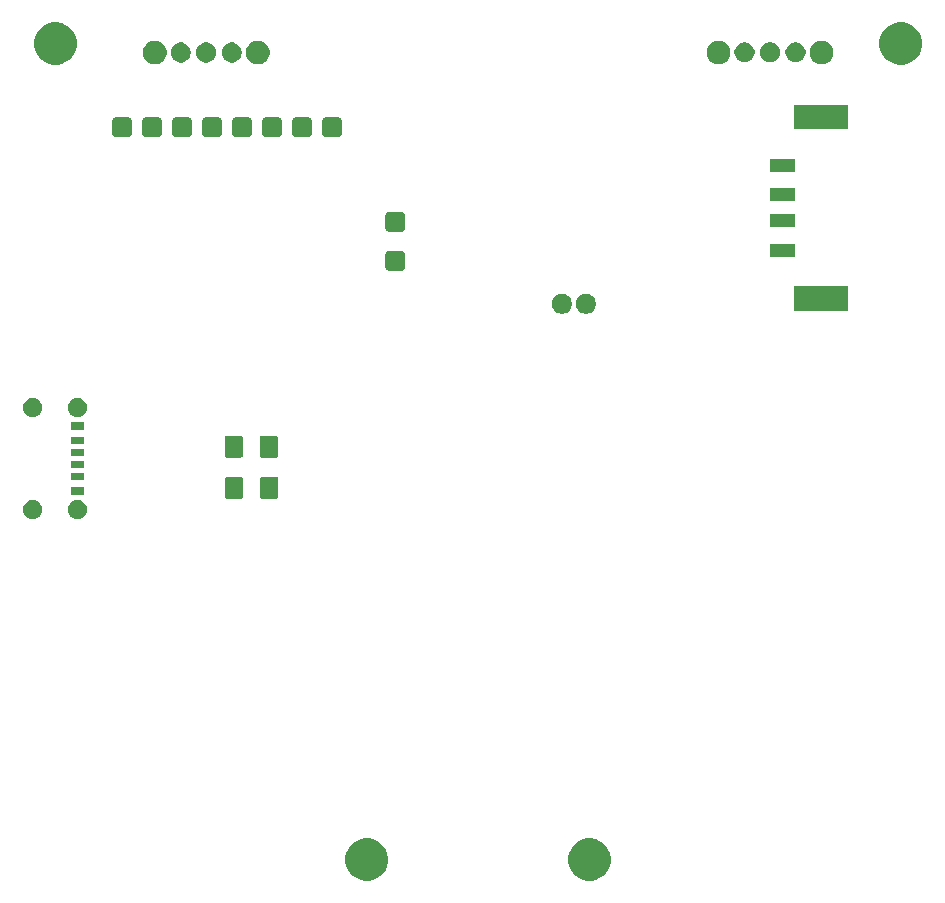
<source format=gbr>
G04 #@! TF.GenerationSoftware,KiCad,Pcbnew,5.0.2+dfsg1-1~bpo9+1*
G04 #@! TF.CreationDate,2019-09-03T10:55:47+01:00*
G04 #@! TF.ProjectId,retro_zero+a_power_board,72657472-6f5f-47a6-9572-6f2b615f706f,rev?*
G04 #@! TF.SameCoordinates,Original*
G04 #@! TF.FileFunction,Soldermask,Top*
G04 #@! TF.FilePolarity,Negative*
%FSLAX46Y46*%
G04 Gerber Fmt 4.6, Leading zero omitted, Abs format (unit mm)*
G04 Created by KiCad (PCBNEW 5.0.2+dfsg1-1~bpo9+1) date Tue 03 Sep 2019 10:55:47 BST*
%MOMM*%
%LPD*%
G01*
G04 APERTURE LIST*
%ADD10C,0.100000*%
G04 APERTURE END LIST*
D10*
G36*
X156989331Y-111450611D02*
X157317092Y-111586374D01*
X157612073Y-111783474D01*
X157862926Y-112034327D01*
X158060026Y-112329308D01*
X158195789Y-112657069D01*
X158265000Y-113005016D01*
X158265000Y-113359784D01*
X158195789Y-113707731D01*
X158060026Y-114035492D01*
X157862926Y-114330473D01*
X157612073Y-114581326D01*
X157317092Y-114778426D01*
X156989331Y-114914189D01*
X156641384Y-114983400D01*
X156286616Y-114983400D01*
X155938669Y-114914189D01*
X155610908Y-114778426D01*
X155315927Y-114581326D01*
X155065074Y-114330473D01*
X154867974Y-114035492D01*
X154732211Y-113707731D01*
X154663000Y-113359784D01*
X154663000Y-113005016D01*
X154732211Y-112657069D01*
X154867974Y-112329308D01*
X155065074Y-112034327D01*
X155315927Y-111783474D01*
X155610908Y-111586374D01*
X155938669Y-111450611D01*
X156286616Y-111381400D01*
X156641384Y-111381400D01*
X156989331Y-111450611D01*
X156989331Y-111450611D01*
G37*
G36*
X138142531Y-111450611D02*
X138470292Y-111586374D01*
X138765273Y-111783474D01*
X139016126Y-112034327D01*
X139213226Y-112329308D01*
X139348989Y-112657069D01*
X139418200Y-113005016D01*
X139418200Y-113359784D01*
X139348989Y-113707731D01*
X139213226Y-114035492D01*
X139016126Y-114330473D01*
X138765273Y-114581326D01*
X138470292Y-114778426D01*
X138142531Y-114914189D01*
X137794584Y-114983400D01*
X137439816Y-114983400D01*
X137091869Y-114914189D01*
X136764108Y-114778426D01*
X136469127Y-114581326D01*
X136218274Y-114330473D01*
X136021174Y-114035492D01*
X135885411Y-113707731D01*
X135816200Y-113359784D01*
X135816200Y-113005016D01*
X135885411Y-112657069D01*
X136021174Y-112329308D01*
X136218274Y-112034327D01*
X136469127Y-111783474D01*
X136764108Y-111586374D01*
X137091869Y-111450611D01*
X137439816Y-111381400D01*
X137794584Y-111381400D01*
X138142531Y-111450611D01*
X138142531Y-111450611D01*
G37*
G36*
X113352543Y-82770381D02*
X113498315Y-82830762D01*
X113629511Y-82918424D01*
X113741076Y-83029989D01*
X113828738Y-83161185D01*
X113889119Y-83306957D01*
X113919900Y-83461707D01*
X113919900Y-83619493D01*
X113889119Y-83774243D01*
X113828738Y-83920015D01*
X113741076Y-84051211D01*
X113629511Y-84162776D01*
X113498315Y-84250438D01*
X113352543Y-84310819D01*
X113197793Y-84341600D01*
X113040007Y-84341600D01*
X112885257Y-84310819D01*
X112739485Y-84250438D01*
X112608289Y-84162776D01*
X112496724Y-84051211D01*
X112409062Y-83920015D01*
X112348681Y-83774243D01*
X112317900Y-83619493D01*
X112317900Y-83461707D01*
X112348681Y-83306957D01*
X112409062Y-83161185D01*
X112496724Y-83029989D01*
X112608289Y-82918424D01*
X112739485Y-82830762D01*
X112885257Y-82770381D01*
X113040007Y-82739600D01*
X113197793Y-82739600D01*
X113352543Y-82770381D01*
X113352543Y-82770381D01*
G37*
G36*
X109555243Y-82770381D02*
X109701015Y-82830762D01*
X109832211Y-82918424D01*
X109943776Y-83029989D01*
X110031438Y-83161185D01*
X110091819Y-83306957D01*
X110122600Y-83461707D01*
X110122600Y-83619493D01*
X110091819Y-83774243D01*
X110031438Y-83920015D01*
X109943776Y-84051211D01*
X109832211Y-84162776D01*
X109701015Y-84250438D01*
X109555243Y-84310819D01*
X109400493Y-84341600D01*
X109242707Y-84341600D01*
X109087957Y-84310819D01*
X108942185Y-84250438D01*
X108810989Y-84162776D01*
X108699424Y-84051211D01*
X108611762Y-83920015D01*
X108551381Y-83774243D01*
X108520600Y-83619493D01*
X108520600Y-83461707D01*
X108551381Y-83306957D01*
X108611762Y-83161185D01*
X108699424Y-83029989D01*
X108810989Y-82918424D01*
X108942185Y-82830762D01*
X109087957Y-82770381D01*
X109242707Y-82739600D01*
X109400493Y-82739600D01*
X109555243Y-82770381D01*
X109555243Y-82770381D01*
G37*
G36*
X127000262Y-80777281D02*
X127035177Y-80787873D01*
X127067365Y-80805078D01*
X127095573Y-80828227D01*
X127118722Y-80856435D01*
X127135927Y-80888623D01*
X127146519Y-80923538D01*
X127150700Y-80965995D01*
X127150700Y-82432205D01*
X127146519Y-82474662D01*
X127135927Y-82509577D01*
X127118722Y-82541765D01*
X127095573Y-82569973D01*
X127067365Y-82593122D01*
X127035177Y-82610327D01*
X127000262Y-82620919D01*
X126957805Y-82625100D01*
X125816595Y-82625100D01*
X125774138Y-82620919D01*
X125739223Y-82610327D01*
X125707035Y-82593122D01*
X125678827Y-82569973D01*
X125655678Y-82541765D01*
X125638473Y-82509577D01*
X125627881Y-82474662D01*
X125623700Y-82432205D01*
X125623700Y-80965995D01*
X125627881Y-80923538D01*
X125638473Y-80888623D01*
X125655678Y-80856435D01*
X125678827Y-80828227D01*
X125707035Y-80805078D01*
X125739223Y-80787873D01*
X125774138Y-80777281D01*
X125816595Y-80773100D01*
X126957805Y-80773100D01*
X127000262Y-80777281D01*
X127000262Y-80777281D01*
G37*
G36*
X129975262Y-80777281D02*
X130010177Y-80787873D01*
X130042365Y-80805078D01*
X130070573Y-80828227D01*
X130093722Y-80856435D01*
X130110927Y-80888623D01*
X130121519Y-80923538D01*
X130125700Y-80965995D01*
X130125700Y-82432205D01*
X130121519Y-82474662D01*
X130110927Y-82509577D01*
X130093722Y-82541765D01*
X130070573Y-82569973D01*
X130042365Y-82593122D01*
X130010177Y-82610327D01*
X129975262Y-82620919D01*
X129932805Y-82625100D01*
X128791595Y-82625100D01*
X128749138Y-82620919D01*
X128714223Y-82610327D01*
X128682035Y-82593122D01*
X128653827Y-82569973D01*
X128630678Y-82541765D01*
X128613473Y-82509577D01*
X128602881Y-82474662D01*
X128598700Y-82432205D01*
X128598700Y-80965995D01*
X128602881Y-80923538D01*
X128613473Y-80888623D01*
X128630678Y-80856435D01*
X128653827Y-80828227D01*
X128682035Y-80805078D01*
X128714223Y-80787873D01*
X128749138Y-80777281D01*
X128791595Y-80773100D01*
X129932805Y-80773100D01*
X129975262Y-80777281D01*
X129975262Y-80777281D01*
G37*
G36*
X113669900Y-82329500D02*
X112567900Y-82329500D01*
X112567900Y-81627500D01*
X113669900Y-81627500D01*
X113669900Y-82329500D01*
X113669900Y-82329500D01*
G37*
G36*
X113669900Y-81057600D02*
X112567900Y-81057600D01*
X112567900Y-80435600D01*
X113669900Y-80435600D01*
X113669900Y-81057600D01*
X113669900Y-81057600D01*
G37*
G36*
X113669900Y-80041600D02*
X112567900Y-80041600D01*
X112567900Y-79419600D01*
X113669900Y-79419600D01*
X113669900Y-80041600D01*
X113669900Y-80041600D01*
G37*
G36*
X129940362Y-77297481D02*
X129975277Y-77308073D01*
X130007465Y-77325278D01*
X130035673Y-77348427D01*
X130058822Y-77376635D01*
X130076027Y-77408823D01*
X130086619Y-77443738D01*
X130090800Y-77486195D01*
X130090800Y-78952405D01*
X130086619Y-78994862D01*
X130076027Y-79029777D01*
X130058822Y-79061965D01*
X130035673Y-79090173D01*
X130007465Y-79113322D01*
X129975277Y-79130527D01*
X129940362Y-79141119D01*
X129897905Y-79145300D01*
X128756695Y-79145300D01*
X128714238Y-79141119D01*
X128679323Y-79130527D01*
X128647135Y-79113322D01*
X128618927Y-79090173D01*
X128595778Y-79061965D01*
X128578573Y-79029777D01*
X128567981Y-78994862D01*
X128563800Y-78952405D01*
X128563800Y-77486195D01*
X128567981Y-77443738D01*
X128578573Y-77408823D01*
X128595778Y-77376635D01*
X128618927Y-77348427D01*
X128647135Y-77325278D01*
X128679323Y-77308073D01*
X128714238Y-77297481D01*
X128756695Y-77293300D01*
X129897905Y-77293300D01*
X129940362Y-77297481D01*
X129940362Y-77297481D01*
G37*
G36*
X126965362Y-77297481D02*
X127000277Y-77308073D01*
X127032465Y-77325278D01*
X127060673Y-77348427D01*
X127083822Y-77376635D01*
X127101027Y-77408823D01*
X127111619Y-77443738D01*
X127115800Y-77486195D01*
X127115800Y-78952405D01*
X127111619Y-78994862D01*
X127101027Y-79029777D01*
X127083822Y-79061965D01*
X127060673Y-79090173D01*
X127032465Y-79113322D01*
X127000277Y-79130527D01*
X126965362Y-79141119D01*
X126922905Y-79145300D01*
X125781695Y-79145300D01*
X125739238Y-79141119D01*
X125704323Y-79130527D01*
X125672135Y-79113322D01*
X125643927Y-79090173D01*
X125620778Y-79061965D01*
X125603573Y-79029777D01*
X125592981Y-78994862D01*
X125588800Y-78952405D01*
X125588800Y-77486195D01*
X125592981Y-77443738D01*
X125603573Y-77408823D01*
X125620778Y-77376635D01*
X125643927Y-77348427D01*
X125672135Y-77325278D01*
X125704323Y-77308073D01*
X125739238Y-77297481D01*
X125781695Y-77293300D01*
X126922905Y-77293300D01*
X126965362Y-77297481D01*
X126965362Y-77297481D01*
G37*
G36*
X113669900Y-79025600D02*
X112567900Y-79025600D01*
X112567900Y-78403600D01*
X113669900Y-78403600D01*
X113669900Y-79025600D01*
X113669900Y-79025600D01*
G37*
G36*
X113669900Y-78009600D02*
X112567900Y-78009600D01*
X112567900Y-77387600D01*
X113669900Y-77387600D01*
X113669900Y-78009600D01*
X113669900Y-78009600D01*
G37*
G36*
X113669900Y-76817700D02*
X112567900Y-76817700D01*
X112567900Y-76115700D01*
X113669900Y-76115700D01*
X113669900Y-76817700D01*
X113669900Y-76817700D01*
G37*
G36*
X109555243Y-74134381D02*
X109701015Y-74194762D01*
X109832211Y-74282424D01*
X109943776Y-74393989D01*
X110031438Y-74525185D01*
X110091819Y-74670957D01*
X110122600Y-74825707D01*
X110122600Y-74983493D01*
X110091819Y-75138243D01*
X110031438Y-75284015D01*
X109943776Y-75415211D01*
X109832211Y-75526776D01*
X109701015Y-75614438D01*
X109555243Y-75674819D01*
X109400493Y-75705600D01*
X109242707Y-75705600D01*
X109087957Y-75674819D01*
X108942185Y-75614438D01*
X108810989Y-75526776D01*
X108699424Y-75415211D01*
X108611762Y-75284015D01*
X108551381Y-75138243D01*
X108520600Y-74983493D01*
X108520600Y-74825707D01*
X108551381Y-74670957D01*
X108611762Y-74525185D01*
X108699424Y-74393989D01*
X108810989Y-74282424D01*
X108942185Y-74194762D01*
X109087957Y-74134381D01*
X109242707Y-74103600D01*
X109400493Y-74103600D01*
X109555243Y-74134381D01*
X109555243Y-74134381D01*
G37*
G36*
X113352543Y-74134381D02*
X113498315Y-74194762D01*
X113629511Y-74282424D01*
X113741076Y-74393989D01*
X113828738Y-74525185D01*
X113889119Y-74670957D01*
X113919900Y-74825707D01*
X113919900Y-74983493D01*
X113889119Y-75138243D01*
X113828738Y-75284015D01*
X113741076Y-75415211D01*
X113629511Y-75526776D01*
X113498315Y-75614438D01*
X113352543Y-75674819D01*
X113197793Y-75705600D01*
X113040007Y-75705600D01*
X112885257Y-75674819D01*
X112739485Y-75614438D01*
X112608289Y-75526776D01*
X112496724Y-75415211D01*
X112409062Y-75284015D01*
X112348681Y-75138243D01*
X112317900Y-74983493D01*
X112317900Y-74825707D01*
X112348681Y-74670957D01*
X112409062Y-74525185D01*
X112496724Y-74393989D01*
X112608289Y-74282424D01*
X112739485Y-74194762D01*
X112885257Y-74134381D01*
X113040007Y-74103600D01*
X113197793Y-74103600D01*
X113352543Y-74134381D01*
X113352543Y-74134381D01*
G37*
G36*
X156407428Y-65297903D02*
X156562300Y-65362053D01*
X156701681Y-65455185D01*
X156820215Y-65573719D01*
X156913347Y-65713100D01*
X156977497Y-65867972D01*
X157010200Y-66032384D01*
X157010200Y-66200016D01*
X156977497Y-66364428D01*
X156913347Y-66519300D01*
X156820215Y-66658681D01*
X156701681Y-66777215D01*
X156562300Y-66870347D01*
X156407428Y-66934497D01*
X156243016Y-66967200D01*
X156075384Y-66967200D01*
X155910972Y-66934497D01*
X155756100Y-66870347D01*
X155616719Y-66777215D01*
X155498185Y-66658681D01*
X155405053Y-66519300D01*
X155340903Y-66364428D01*
X155308200Y-66200016D01*
X155308200Y-66032384D01*
X155340903Y-65867972D01*
X155405053Y-65713100D01*
X155498185Y-65573719D01*
X155616719Y-65455185D01*
X155756100Y-65362053D01*
X155910972Y-65297903D01*
X156075384Y-65265200D01*
X156243016Y-65265200D01*
X156407428Y-65297903D01*
X156407428Y-65297903D01*
G37*
G36*
X154375428Y-65297903D02*
X154530300Y-65362053D01*
X154669681Y-65455185D01*
X154788215Y-65573719D01*
X154881347Y-65713100D01*
X154945497Y-65867972D01*
X154978200Y-66032384D01*
X154978200Y-66200016D01*
X154945497Y-66364428D01*
X154881347Y-66519300D01*
X154788215Y-66658681D01*
X154669681Y-66777215D01*
X154530300Y-66870347D01*
X154375428Y-66934497D01*
X154211016Y-66967200D01*
X154043384Y-66967200D01*
X153878972Y-66934497D01*
X153724100Y-66870347D01*
X153584719Y-66777215D01*
X153466185Y-66658681D01*
X153373053Y-66519300D01*
X153308903Y-66364428D01*
X153276200Y-66200016D01*
X153276200Y-66032384D01*
X153308903Y-65867972D01*
X153373053Y-65713100D01*
X153466185Y-65573719D01*
X153584719Y-65455185D01*
X153724100Y-65362053D01*
X153878972Y-65297903D01*
X154043384Y-65265200D01*
X154211016Y-65265200D01*
X154375428Y-65297903D01*
X154375428Y-65297903D01*
G37*
G36*
X178383960Y-66715080D02*
X173781960Y-66715080D01*
X173781960Y-64613080D01*
X178383960Y-64613080D01*
X178383960Y-66715080D01*
X178383960Y-66715080D01*
G37*
G36*
X140588898Y-61627868D02*
X140656884Y-61648491D01*
X140719537Y-61681980D01*
X140774452Y-61727048D01*
X140819520Y-61781963D01*
X140853009Y-61844616D01*
X140873632Y-61912602D01*
X140881200Y-61989440D01*
X140881200Y-62953160D01*
X140873632Y-63029998D01*
X140853009Y-63097984D01*
X140819520Y-63160637D01*
X140774452Y-63215552D01*
X140719537Y-63260620D01*
X140656884Y-63294109D01*
X140588898Y-63314732D01*
X140512060Y-63322300D01*
X139548340Y-63322300D01*
X139471502Y-63314732D01*
X139403516Y-63294109D01*
X139340863Y-63260620D01*
X139285948Y-63215552D01*
X139240880Y-63160637D01*
X139207391Y-63097984D01*
X139186768Y-63029998D01*
X139179200Y-62953160D01*
X139179200Y-61989440D01*
X139186768Y-61912602D01*
X139207391Y-61844616D01*
X139240880Y-61781963D01*
X139285948Y-61727048D01*
X139340863Y-61681980D01*
X139403516Y-61648491D01*
X139471502Y-61627868D01*
X139548340Y-61620300D01*
X140512060Y-61620300D01*
X140588898Y-61627868D01*
X140588898Y-61627868D01*
G37*
G36*
X173867520Y-62120600D02*
X171765520Y-62120600D01*
X171765520Y-61018600D01*
X173867520Y-61018600D01*
X173867520Y-62120600D01*
X173867520Y-62120600D01*
G37*
G36*
X140588898Y-58325868D02*
X140656884Y-58346491D01*
X140719537Y-58379980D01*
X140774452Y-58425048D01*
X140819520Y-58479963D01*
X140853009Y-58542616D01*
X140873632Y-58610602D01*
X140881200Y-58687440D01*
X140881200Y-59651160D01*
X140873632Y-59727998D01*
X140853009Y-59795984D01*
X140819520Y-59858637D01*
X140774452Y-59913552D01*
X140719537Y-59958620D01*
X140656884Y-59992109D01*
X140588898Y-60012732D01*
X140512060Y-60020300D01*
X139548340Y-60020300D01*
X139471502Y-60012732D01*
X139403516Y-59992109D01*
X139340863Y-59958620D01*
X139285948Y-59913552D01*
X139240880Y-59858637D01*
X139207391Y-59795984D01*
X139186768Y-59727998D01*
X139179200Y-59651160D01*
X139179200Y-58687440D01*
X139186768Y-58610602D01*
X139207391Y-58542616D01*
X139240880Y-58479963D01*
X139285948Y-58425048D01*
X139340863Y-58379980D01*
X139403516Y-58346491D01*
X139471502Y-58325868D01*
X139548340Y-58318300D01*
X140512060Y-58318300D01*
X140588898Y-58325868D01*
X140588898Y-58325868D01*
G37*
G36*
X173867520Y-59656800D02*
X171765520Y-59656800D01*
X171765520Y-58554800D01*
X173867520Y-58554800D01*
X173867520Y-59656800D01*
X173867520Y-59656800D01*
G37*
G36*
X173867520Y-57421600D02*
X171765520Y-57421600D01*
X171765520Y-56319600D01*
X173867520Y-56319600D01*
X173867520Y-57421600D01*
X173867520Y-57421600D01*
G37*
G36*
X173867520Y-54952720D02*
X171765520Y-54952720D01*
X171765520Y-53850720D01*
X173867520Y-53850720D01*
X173867520Y-54952720D01*
X173867520Y-54952720D01*
G37*
G36*
X135229560Y-50322761D02*
X135297546Y-50343384D01*
X135360199Y-50376873D01*
X135415114Y-50421941D01*
X135460182Y-50476856D01*
X135493671Y-50539509D01*
X135514294Y-50607495D01*
X135521862Y-50684333D01*
X135521862Y-51648053D01*
X135514294Y-51724891D01*
X135493671Y-51792877D01*
X135460182Y-51855530D01*
X135415114Y-51910445D01*
X135360199Y-51955513D01*
X135297546Y-51989002D01*
X135229560Y-52009625D01*
X135152722Y-52017193D01*
X134189002Y-52017193D01*
X134112164Y-52009625D01*
X134044178Y-51989002D01*
X133981525Y-51955513D01*
X133926610Y-51910445D01*
X133881542Y-51855530D01*
X133848053Y-51792877D01*
X133827430Y-51724891D01*
X133819862Y-51648053D01*
X133819862Y-50684333D01*
X133827430Y-50607495D01*
X133848053Y-50539509D01*
X133881542Y-50476856D01*
X133926610Y-50421941D01*
X133981525Y-50376873D01*
X134044178Y-50343384D01*
X134112164Y-50322761D01*
X134189002Y-50315193D01*
X135152722Y-50315193D01*
X135229560Y-50322761D01*
X135229560Y-50322761D01*
G37*
G36*
X127609560Y-50322761D02*
X127677546Y-50343384D01*
X127740199Y-50376873D01*
X127795114Y-50421941D01*
X127840182Y-50476856D01*
X127873671Y-50539509D01*
X127894294Y-50607495D01*
X127901862Y-50684333D01*
X127901862Y-51648053D01*
X127894294Y-51724891D01*
X127873671Y-51792877D01*
X127840182Y-51855530D01*
X127795114Y-51910445D01*
X127740199Y-51955513D01*
X127677546Y-51989002D01*
X127609560Y-52009625D01*
X127532722Y-52017193D01*
X126569002Y-52017193D01*
X126492164Y-52009625D01*
X126424178Y-51989002D01*
X126361525Y-51955513D01*
X126306610Y-51910445D01*
X126261542Y-51855530D01*
X126228053Y-51792877D01*
X126207430Y-51724891D01*
X126199862Y-51648053D01*
X126199862Y-50684333D01*
X126207430Y-50607495D01*
X126228053Y-50539509D01*
X126261542Y-50476856D01*
X126306610Y-50421941D01*
X126361525Y-50376873D01*
X126424178Y-50343384D01*
X126492164Y-50322761D01*
X126569002Y-50315193D01*
X127532722Y-50315193D01*
X127609560Y-50322761D01*
X127609560Y-50322761D01*
G37*
G36*
X125069560Y-50322761D02*
X125137546Y-50343384D01*
X125200199Y-50376873D01*
X125255114Y-50421941D01*
X125300182Y-50476856D01*
X125333671Y-50539509D01*
X125354294Y-50607495D01*
X125361862Y-50684333D01*
X125361862Y-51648053D01*
X125354294Y-51724891D01*
X125333671Y-51792877D01*
X125300182Y-51855530D01*
X125255114Y-51910445D01*
X125200199Y-51955513D01*
X125137546Y-51989002D01*
X125069560Y-52009625D01*
X124992722Y-52017193D01*
X124029002Y-52017193D01*
X123952164Y-52009625D01*
X123884178Y-51989002D01*
X123821525Y-51955513D01*
X123766610Y-51910445D01*
X123721542Y-51855530D01*
X123688053Y-51792877D01*
X123667430Y-51724891D01*
X123659862Y-51648053D01*
X123659862Y-50684333D01*
X123667430Y-50607495D01*
X123688053Y-50539509D01*
X123721542Y-50476856D01*
X123766610Y-50421941D01*
X123821525Y-50376873D01*
X123884178Y-50343384D01*
X123952164Y-50322761D01*
X124029002Y-50315193D01*
X124992722Y-50315193D01*
X125069560Y-50322761D01*
X125069560Y-50322761D01*
G37*
G36*
X122529560Y-50322761D02*
X122597546Y-50343384D01*
X122660199Y-50376873D01*
X122715114Y-50421941D01*
X122760182Y-50476856D01*
X122793671Y-50539509D01*
X122814294Y-50607495D01*
X122821862Y-50684333D01*
X122821862Y-51648053D01*
X122814294Y-51724891D01*
X122793671Y-51792877D01*
X122760182Y-51855530D01*
X122715114Y-51910445D01*
X122660199Y-51955513D01*
X122597546Y-51989002D01*
X122529560Y-52009625D01*
X122452722Y-52017193D01*
X121489002Y-52017193D01*
X121412164Y-52009625D01*
X121344178Y-51989002D01*
X121281525Y-51955513D01*
X121226610Y-51910445D01*
X121181542Y-51855530D01*
X121148053Y-51792877D01*
X121127430Y-51724891D01*
X121119862Y-51648053D01*
X121119862Y-50684333D01*
X121127430Y-50607495D01*
X121148053Y-50539509D01*
X121181542Y-50476856D01*
X121226610Y-50421941D01*
X121281525Y-50376873D01*
X121344178Y-50343384D01*
X121412164Y-50322761D01*
X121489002Y-50315193D01*
X122452722Y-50315193D01*
X122529560Y-50322761D01*
X122529560Y-50322761D01*
G37*
G36*
X119989560Y-50322761D02*
X120057546Y-50343384D01*
X120120199Y-50376873D01*
X120175114Y-50421941D01*
X120220182Y-50476856D01*
X120253671Y-50539509D01*
X120274294Y-50607495D01*
X120281862Y-50684333D01*
X120281862Y-51648053D01*
X120274294Y-51724891D01*
X120253671Y-51792877D01*
X120220182Y-51855530D01*
X120175114Y-51910445D01*
X120120199Y-51955513D01*
X120057546Y-51989002D01*
X119989560Y-52009625D01*
X119912722Y-52017193D01*
X118949002Y-52017193D01*
X118872164Y-52009625D01*
X118804178Y-51989002D01*
X118741525Y-51955513D01*
X118686610Y-51910445D01*
X118641542Y-51855530D01*
X118608053Y-51792877D01*
X118587430Y-51724891D01*
X118579862Y-51648053D01*
X118579862Y-50684333D01*
X118587430Y-50607495D01*
X118608053Y-50539509D01*
X118641542Y-50476856D01*
X118686610Y-50421941D01*
X118741525Y-50376873D01*
X118804178Y-50343384D01*
X118872164Y-50322761D01*
X118949002Y-50315193D01*
X119912722Y-50315193D01*
X119989560Y-50322761D01*
X119989560Y-50322761D01*
G37*
G36*
X117449560Y-50322761D02*
X117517546Y-50343384D01*
X117580199Y-50376873D01*
X117635114Y-50421941D01*
X117680182Y-50476856D01*
X117713671Y-50539509D01*
X117734294Y-50607495D01*
X117741862Y-50684333D01*
X117741862Y-51648053D01*
X117734294Y-51724891D01*
X117713671Y-51792877D01*
X117680182Y-51855530D01*
X117635114Y-51910445D01*
X117580199Y-51955513D01*
X117517546Y-51989002D01*
X117449560Y-52009625D01*
X117372722Y-52017193D01*
X116409002Y-52017193D01*
X116332164Y-52009625D01*
X116264178Y-51989002D01*
X116201525Y-51955513D01*
X116146610Y-51910445D01*
X116101542Y-51855530D01*
X116068053Y-51792877D01*
X116047430Y-51724891D01*
X116039862Y-51648053D01*
X116039862Y-50684333D01*
X116047430Y-50607495D01*
X116068053Y-50539509D01*
X116101542Y-50476856D01*
X116146610Y-50421941D01*
X116201525Y-50376873D01*
X116264178Y-50343384D01*
X116332164Y-50322761D01*
X116409002Y-50315193D01*
X117372722Y-50315193D01*
X117449560Y-50322761D01*
X117449560Y-50322761D01*
G37*
G36*
X130149560Y-50322761D02*
X130217546Y-50343384D01*
X130280199Y-50376873D01*
X130335114Y-50421941D01*
X130380182Y-50476856D01*
X130413671Y-50539509D01*
X130434294Y-50607495D01*
X130441862Y-50684333D01*
X130441862Y-51648053D01*
X130434294Y-51724891D01*
X130413671Y-51792877D01*
X130380182Y-51855530D01*
X130335114Y-51910445D01*
X130280199Y-51955513D01*
X130217546Y-51989002D01*
X130149560Y-52009625D01*
X130072722Y-52017193D01*
X129109002Y-52017193D01*
X129032164Y-52009625D01*
X128964178Y-51989002D01*
X128901525Y-51955513D01*
X128846610Y-51910445D01*
X128801542Y-51855530D01*
X128768053Y-51792877D01*
X128747430Y-51724891D01*
X128739862Y-51648053D01*
X128739862Y-50684333D01*
X128747430Y-50607495D01*
X128768053Y-50539509D01*
X128801542Y-50476856D01*
X128846610Y-50421941D01*
X128901525Y-50376873D01*
X128964178Y-50343384D01*
X129032164Y-50322761D01*
X129109002Y-50315193D01*
X130072722Y-50315193D01*
X130149560Y-50322761D01*
X130149560Y-50322761D01*
G37*
G36*
X132689560Y-50322761D02*
X132757546Y-50343384D01*
X132820199Y-50376873D01*
X132875114Y-50421941D01*
X132920182Y-50476856D01*
X132953671Y-50539509D01*
X132974294Y-50607495D01*
X132981862Y-50684333D01*
X132981862Y-51648053D01*
X132974294Y-51724891D01*
X132953671Y-51792877D01*
X132920182Y-51855530D01*
X132875114Y-51910445D01*
X132820199Y-51955513D01*
X132757546Y-51989002D01*
X132689560Y-52009625D01*
X132612722Y-52017193D01*
X131649002Y-52017193D01*
X131572164Y-52009625D01*
X131504178Y-51989002D01*
X131441525Y-51955513D01*
X131386610Y-51910445D01*
X131341542Y-51855530D01*
X131308053Y-51792877D01*
X131287430Y-51724891D01*
X131279862Y-51648053D01*
X131279862Y-50684333D01*
X131287430Y-50607495D01*
X131308053Y-50539509D01*
X131341542Y-50476856D01*
X131386610Y-50421941D01*
X131441525Y-50376873D01*
X131504178Y-50343384D01*
X131572164Y-50322761D01*
X131649002Y-50315193D01*
X132612722Y-50315193D01*
X132689560Y-50322761D01*
X132689560Y-50322761D01*
G37*
G36*
X178378880Y-51358240D02*
X173776880Y-51358240D01*
X173776880Y-49256240D01*
X178378880Y-49256240D01*
X178378880Y-51358240D01*
X178378880Y-51358240D01*
G37*
G36*
X111777331Y-42349911D02*
X112105092Y-42485674D01*
X112400073Y-42682774D01*
X112650926Y-42933627D01*
X112848026Y-43228608D01*
X112983789Y-43556369D01*
X113053000Y-43904316D01*
X113053000Y-44259084D01*
X112983789Y-44607031D01*
X112848026Y-44934792D01*
X112650926Y-45229773D01*
X112400073Y-45480626D01*
X112105092Y-45677726D01*
X111777331Y-45813489D01*
X111429384Y-45882700D01*
X111074616Y-45882700D01*
X110726669Y-45813489D01*
X110398908Y-45677726D01*
X110103927Y-45480626D01*
X109853074Y-45229773D01*
X109655974Y-44934792D01*
X109520211Y-44607031D01*
X109451000Y-44259084D01*
X109451000Y-43904316D01*
X109520211Y-43556369D01*
X109655974Y-43228608D01*
X109853074Y-42933627D01*
X110103927Y-42682774D01*
X110398908Y-42485674D01*
X110726669Y-42349911D01*
X111074616Y-42280700D01*
X111429384Y-42280700D01*
X111777331Y-42349911D01*
X111777331Y-42349911D01*
G37*
G36*
X183354531Y-42349911D02*
X183682292Y-42485674D01*
X183977273Y-42682774D01*
X184228126Y-42933627D01*
X184425226Y-43228608D01*
X184560989Y-43556369D01*
X184630200Y-43904316D01*
X184630200Y-44259084D01*
X184560989Y-44607031D01*
X184425226Y-44934792D01*
X184228126Y-45229773D01*
X183977273Y-45480626D01*
X183682292Y-45677726D01*
X183354531Y-45813489D01*
X183006584Y-45882700D01*
X182651816Y-45882700D01*
X182303869Y-45813489D01*
X181976108Y-45677726D01*
X181681127Y-45480626D01*
X181430274Y-45229773D01*
X181233174Y-44934792D01*
X181097411Y-44607031D01*
X181028200Y-44259084D01*
X181028200Y-43904316D01*
X181097411Y-43556369D01*
X181233174Y-43228608D01*
X181430274Y-42933627D01*
X181681127Y-42682774D01*
X181976108Y-42485674D01*
X182303869Y-42349911D01*
X182651816Y-42280700D01*
X183006584Y-42280700D01*
X183354531Y-42349911D01*
X183354531Y-42349911D01*
G37*
G36*
X119964081Y-43881168D02*
X120146250Y-43956625D01*
X120310203Y-44066175D01*
X120449625Y-44205597D01*
X120559175Y-44369550D01*
X120634632Y-44551719D01*
X120673100Y-44745110D01*
X120673100Y-44942290D01*
X120634632Y-45135681D01*
X120559175Y-45317850D01*
X120449625Y-45481803D01*
X120310203Y-45621225D01*
X120146250Y-45730775D01*
X119994741Y-45793532D01*
X119964081Y-45806232D01*
X119770690Y-45844700D01*
X119573510Y-45844700D01*
X119380119Y-45806232D01*
X119349459Y-45793532D01*
X119197950Y-45730775D01*
X119033997Y-45621225D01*
X118894575Y-45481803D01*
X118785025Y-45317850D01*
X118709568Y-45135681D01*
X118671100Y-44942290D01*
X118671100Y-44745110D01*
X118709568Y-44551719D01*
X118785025Y-44369550D01*
X118894575Y-44205597D01*
X119033997Y-44066175D01*
X119197950Y-43956625D01*
X119380119Y-43881168D01*
X119573510Y-43842700D01*
X119770690Y-43842700D01*
X119964081Y-43881168D01*
X119964081Y-43881168D01*
G37*
G36*
X128676281Y-43881168D02*
X128858450Y-43956625D01*
X129022403Y-44066175D01*
X129161825Y-44205597D01*
X129271375Y-44369550D01*
X129346832Y-44551719D01*
X129385300Y-44745110D01*
X129385300Y-44942290D01*
X129346832Y-45135681D01*
X129271375Y-45317850D01*
X129161825Y-45481803D01*
X129022403Y-45621225D01*
X128858450Y-45730775D01*
X128706941Y-45793532D01*
X128676281Y-45806232D01*
X128482890Y-45844700D01*
X128285710Y-45844700D01*
X128092319Y-45806232D01*
X128061659Y-45793532D01*
X127910150Y-45730775D01*
X127746197Y-45621225D01*
X127606775Y-45481803D01*
X127497225Y-45317850D01*
X127421768Y-45135681D01*
X127383300Y-44942290D01*
X127383300Y-44745110D01*
X127421768Y-44551719D01*
X127497225Y-44369550D01*
X127606775Y-44205597D01*
X127746197Y-44066175D01*
X127910150Y-43956625D01*
X128092319Y-43881168D01*
X128285710Y-43842700D01*
X128482890Y-43842700D01*
X128676281Y-43881168D01*
X128676281Y-43881168D01*
G37*
G36*
X176415581Y-43868468D02*
X176597750Y-43943925D01*
X176761703Y-44053475D01*
X176901125Y-44192897D01*
X177010675Y-44356850D01*
X177086132Y-44539019D01*
X177124600Y-44732410D01*
X177124600Y-44929590D01*
X177086132Y-45122981D01*
X177010675Y-45305150D01*
X176901125Y-45469103D01*
X176761703Y-45608525D01*
X176597750Y-45718075D01*
X176415581Y-45793532D01*
X176222190Y-45832000D01*
X176025010Y-45832000D01*
X175831619Y-45793532D01*
X175649450Y-45718075D01*
X175485497Y-45608525D01*
X175346075Y-45469103D01*
X175236525Y-45305150D01*
X175161068Y-45122981D01*
X175122600Y-44929590D01*
X175122600Y-44732410D01*
X175161068Y-44539019D01*
X175236525Y-44356850D01*
X175346075Y-44192897D01*
X175485497Y-44053475D01*
X175649450Y-43943925D01*
X175831619Y-43868468D01*
X176025010Y-43830000D01*
X176222190Y-43830000D01*
X176415581Y-43868468D01*
X176415581Y-43868468D01*
G37*
G36*
X167703381Y-43868468D02*
X167885550Y-43943925D01*
X168049503Y-44053475D01*
X168188925Y-44192897D01*
X168298475Y-44356850D01*
X168373932Y-44539019D01*
X168412400Y-44732410D01*
X168412400Y-44929590D01*
X168373932Y-45122981D01*
X168298475Y-45305150D01*
X168188925Y-45469103D01*
X168049503Y-45608525D01*
X167885550Y-45718075D01*
X167703381Y-45793532D01*
X167509990Y-45832000D01*
X167312810Y-45832000D01*
X167119419Y-45793532D01*
X166937250Y-45718075D01*
X166773297Y-45608525D01*
X166633875Y-45469103D01*
X166524325Y-45305150D01*
X166448868Y-45122981D01*
X166410400Y-44929590D01*
X166410400Y-44732410D01*
X166448868Y-44539019D01*
X166524325Y-44356850D01*
X166633875Y-44192897D01*
X166773297Y-44053475D01*
X166937250Y-43943925D01*
X167119419Y-43868468D01*
X167312810Y-43830000D01*
X167509990Y-43830000D01*
X167703381Y-43868468D01*
X167703381Y-43868468D01*
G37*
G36*
X124263728Y-44025403D02*
X124418600Y-44089553D01*
X124557981Y-44182685D01*
X124676515Y-44301219D01*
X124769647Y-44440600D01*
X124833797Y-44595472D01*
X124866500Y-44759884D01*
X124866500Y-44927516D01*
X124833797Y-45091928D01*
X124769647Y-45246800D01*
X124676515Y-45386181D01*
X124557981Y-45504715D01*
X124418600Y-45597847D01*
X124263728Y-45661997D01*
X124099316Y-45694700D01*
X123931684Y-45694700D01*
X123767272Y-45661997D01*
X123612400Y-45597847D01*
X123473019Y-45504715D01*
X123354485Y-45386181D01*
X123261353Y-45246800D01*
X123197203Y-45091928D01*
X123164500Y-44927516D01*
X123164500Y-44759884D01*
X123197203Y-44595472D01*
X123261353Y-44440600D01*
X123354485Y-44301219D01*
X123473019Y-44182685D01*
X123612400Y-44089553D01*
X123767272Y-44025403D01*
X123931684Y-43992700D01*
X124099316Y-43992700D01*
X124263728Y-44025403D01*
X124263728Y-44025403D01*
G37*
G36*
X126422728Y-44025403D02*
X126577600Y-44089553D01*
X126716981Y-44182685D01*
X126835515Y-44301219D01*
X126928647Y-44440600D01*
X126992797Y-44595472D01*
X127025500Y-44759884D01*
X127025500Y-44927516D01*
X126992797Y-45091928D01*
X126928647Y-45246800D01*
X126835515Y-45386181D01*
X126716981Y-45504715D01*
X126577600Y-45597847D01*
X126422728Y-45661997D01*
X126258316Y-45694700D01*
X126090684Y-45694700D01*
X125926272Y-45661997D01*
X125771400Y-45597847D01*
X125632019Y-45504715D01*
X125513485Y-45386181D01*
X125420353Y-45246800D01*
X125356203Y-45091928D01*
X125323500Y-44927516D01*
X125323500Y-44759884D01*
X125356203Y-44595472D01*
X125420353Y-44440600D01*
X125513485Y-44301219D01*
X125632019Y-44182685D01*
X125771400Y-44089553D01*
X125926272Y-44025403D01*
X126090684Y-43992700D01*
X126258316Y-43992700D01*
X126422728Y-44025403D01*
X126422728Y-44025403D01*
G37*
G36*
X122104728Y-44025403D02*
X122259600Y-44089553D01*
X122398981Y-44182685D01*
X122517515Y-44301219D01*
X122610647Y-44440600D01*
X122674797Y-44595472D01*
X122707500Y-44759884D01*
X122707500Y-44927516D01*
X122674797Y-45091928D01*
X122610647Y-45246800D01*
X122517515Y-45386181D01*
X122398981Y-45504715D01*
X122259600Y-45597847D01*
X122104728Y-45661997D01*
X121940316Y-45694700D01*
X121772684Y-45694700D01*
X121608272Y-45661997D01*
X121453400Y-45597847D01*
X121314019Y-45504715D01*
X121195485Y-45386181D01*
X121102353Y-45246800D01*
X121038203Y-45091928D01*
X121005500Y-44927516D01*
X121005500Y-44759884D01*
X121038203Y-44595472D01*
X121102353Y-44440600D01*
X121195485Y-44301219D01*
X121314019Y-44182685D01*
X121453400Y-44089553D01*
X121608272Y-44025403D01*
X121772684Y-43992700D01*
X121940316Y-43992700D01*
X122104728Y-44025403D01*
X122104728Y-44025403D01*
G37*
G36*
X174162028Y-44012703D02*
X174316900Y-44076853D01*
X174456281Y-44169985D01*
X174574815Y-44288519D01*
X174667947Y-44427900D01*
X174732097Y-44582772D01*
X174764800Y-44747184D01*
X174764800Y-44914816D01*
X174732097Y-45079228D01*
X174667947Y-45234100D01*
X174574815Y-45373481D01*
X174456281Y-45492015D01*
X174316900Y-45585147D01*
X174162028Y-45649297D01*
X173997616Y-45682000D01*
X173829984Y-45682000D01*
X173665572Y-45649297D01*
X173510700Y-45585147D01*
X173371319Y-45492015D01*
X173252785Y-45373481D01*
X173159653Y-45234100D01*
X173095503Y-45079228D01*
X173062800Y-44914816D01*
X173062800Y-44747184D01*
X173095503Y-44582772D01*
X173159653Y-44427900D01*
X173252785Y-44288519D01*
X173371319Y-44169985D01*
X173510700Y-44076853D01*
X173665572Y-44012703D01*
X173829984Y-43980000D01*
X173997616Y-43980000D01*
X174162028Y-44012703D01*
X174162028Y-44012703D01*
G37*
G36*
X172003028Y-44012703D02*
X172157900Y-44076853D01*
X172297281Y-44169985D01*
X172415815Y-44288519D01*
X172508947Y-44427900D01*
X172573097Y-44582772D01*
X172605800Y-44747184D01*
X172605800Y-44914816D01*
X172573097Y-45079228D01*
X172508947Y-45234100D01*
X172415815Y-45373481D01*
X172297281Y-45492015D01*
X172157900Y-45585147D01*
X172003028Y-45649297D01*
X171838616Y-45682000D01*
X171670984Y-45682000D01*
X171506572Y-45649297D01*
X171351700Y-45585147D01*
X171212319Y-45492015D01*
X171093785Y-45373481D01*
X171000653Y-45234100D01*
X170936503Y-45079228D01*
X170903800Y-44914816D01*
X170903800Y-44747184D01*
X170936503Y-44582772D01*
X171000653Y-44427900D01*
X171093785Y-44288519D01*
X171212319Y-44169985D01*
X171351700Y-44076853D01*
X171506572Y-44012703D01*
X171670984Y-43980000D01*
X171838616Y-43980000D01*
X172003028Y-44012703D01*
X172003028Y-44012703D01*
G37*
G36*
X169844028Y-44012703D02*
X169998900Y-44076853D01*
X170138281Y-44169985D01*
X170256815Y-44288519D01*
X170349947Y-44427900D01*
X170414097Y-44582772D01*
X170446800Y-44747184D01*
X170446800Y-44914816D01*
X170414097Y-45079228D01*
X170349947Y-45234100D01*
X170256815Y-45373481D01*
X170138281Y-45492015D01*
X169998900Y-45585147D01*
X169844028Y-45649297D01*
X169679616Y-45682000D01*
X169511984Y-45682000D01*
X169347572Y-45649297D01*
X169192700Y-45585147D01*
X169053319Y-45492015D01*
X168934785Y-45373481D01*
X168841653Y-45234100D01*
X168777503Y-45079228D01*
X168744800Y-44914816D01*
X168744800Y-44747184D01*
X168777503Y-44582772D01*
X168841653Y-44427900D01*
X168934785Y-44288519D01*
X169053319Y-44169985D01*
X169192700Y-44076853D01*
X169347572Y-44012703D01*
X169511984Y-43980000D01*
X169679616Y-43980000D01*
X169844028Y-44012703D01*
X169844028Y-44012703D01*
G37*
M02*

</source>
